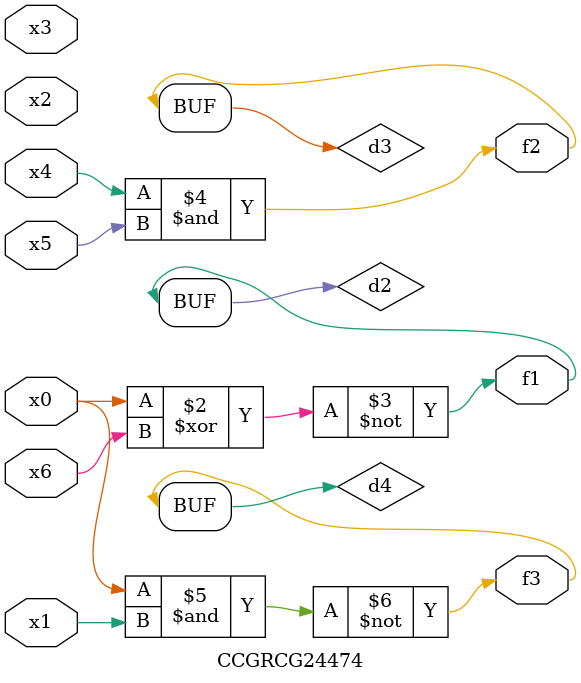
<source format=v>
module CCGRCG24474(
	input x0, x1, x2, x3, x4, x5, x6,
	output f1, f2, f3
);

	wire d1, d2, d3, d4;

	nor (d1, x0);
	xnor (d2, x0, x6);
	and (d3, x4, x5);
	nand (d4, x0, x1);
	assign f1 = d2;
	assign f2 = d3;
	assign f3 = d4;
endmodule

</source>
